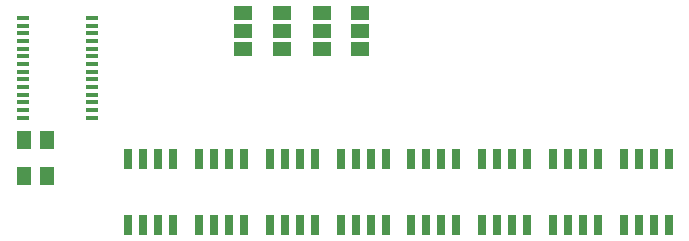
<source format=gbr>
G04 EAGLE Gerber X2 export*
%TF.Part,Single*%
%TF.FileFunction,Paste,Top*%
%TF.FilePolarity,Positive*%
%TF.GenerationSoftware,Autodesk,EAGLE,9.0.1*%
%TF.CreationDate,2018-06-21T06:15:50Z*%
G75*
%MOMM*%
%FSLAX34Y34*%
%LPD*%
%AMOC8*
5,1,8,0,0,1.08239X$1,22.5*%
G01*
%ADD10R,1.300000X1.500000*%
%ADD11R,0.650000X1.750000*%
%ADD12R,1.600200X1.168400*%
%ADD13R,0.990600X0.304800*%


D10*
X145750Y737500D03*
X126750Y737500D03*
D11*
X540100Y721750D03*
X540100Y665750D03*
X552800Y721750D03*
X527400Y721750D03*
X514700Y721750D03*
X552800Y665750D03*
X527400Y665750D03*
X514700Y665750D03*
X480100Y721750D03*
X480100Y665750D03*
X492800Y721750D03*
X467400Y721750D03*
X454700Y721750D03*
X492800Y665750D03*
X467400Y665750D03*
X454700Y665750D03*
X660100Y721750D03*
X660100Y665750D03*
X672800Y721750D03*
X647400Y721750D03*
X634700Y721750D03*
X672800Y665750D03*
X647400Y665750D03*
X634700Y665750D03*
X600100Y721750D03*
X600100Y665750D03*
X612800Y721750D03*
X587400Y721750D03*
X574700Y721750D03*
X612800Y665750D03*
X587400Y665750D03*
X574700Y665750D03*
X240100Y721750D03*
X240100Y665750D03*
X252800Y721750D03*
X227400Y721750D03*
X214700Y721750D03*
X252800Y665750D03*
X227400Y665750D03*
X214700Y665750D03*
X300100Y721750D03*
X300100Y665750D03*
X312800Y721750D03*
X287400Y721750D03*
X274700Y721750D03*
X312800Y665750D03*
X287400Y665750D03*
X274700Y665750D03*
X360100Y721750D03*
X360100Y665750D03*
X372800Y721750D03*
X347400Y721750D03*
X334700Y721750D03*
X372800Y665750D03*
X347400Y665750D03*
X334700Y665750D03*
X420100Y721750D03*
X420100Y665750D03*
X432800Y721750D03*
X407400Y721750D03*
X394700Y721750D03*
X432800Y665750D03*
X407400Y665750D03*
X394700Y665750D03*
D10*
X145750Y707500D03*
X126750Y707500D03*
D12*
X411250Y845240D03*
X411250Y830000D03*
X411250Y814760D03*
X379000Y845240D03*
X379000Y830000D03*
X379000Y814760D03*
X312500Y845240D03*
X312500Y830000D03*
X312500Y814760D03*
X345000Y845240D03*
X345000Y830000D03*
X345000Y814760D03*
D13*
X125572Y841000D03*
X125572Y834500D03*
X125572Y828000D03*
X125572Y821500D03*
X125572Y815000D03*
X125572Y808500D03*
X125572Y802000D03*
X125572Y795500D03*
X125572Y789000D03*
X125572Y782500D03*
X125572Y776000D03*
X125572Y769500D03*
X125572Y763000D03*
X125572Y756500D03*
X183928Y756500D03*
X183928Y763000D03*
X183928Y769500D03*
X183928Y776000D03*
X183928Y782500D03*
X183928Y789000D03*
X183928Y795500D03*
X183928Y802000D03*
X183928Y808500D03*
X183928Y815000D03*
X183928Y821500D03*
X183928Y828000D03*
X183928Y834500D03*
X183928Y841000D03*
M02*

</source>
